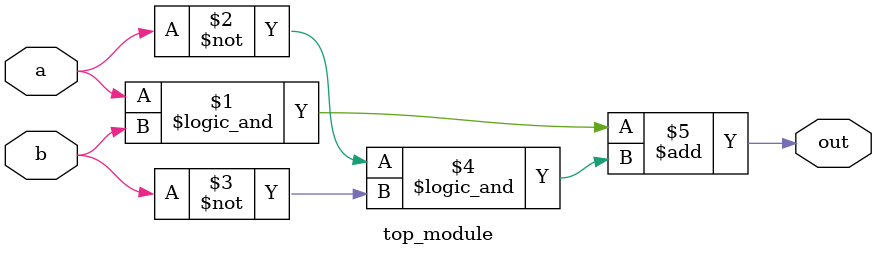
<source format=v>
`timescale 1ns / 1ps
module top_module(   
    input a,   
    input b,   
    output out );  
    assign out = (a && b) +(~a && ~b);  
endmodule  

</source>
